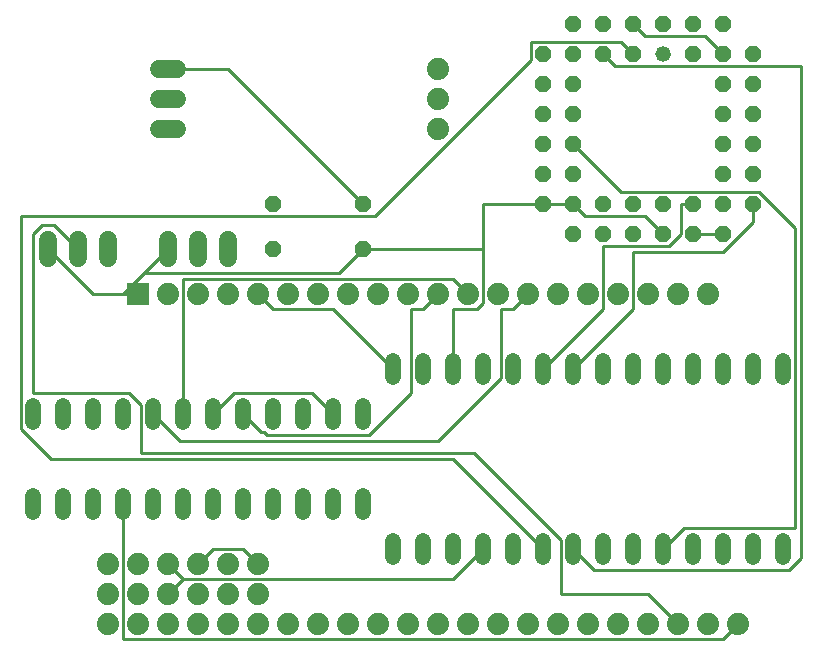
<source format=gbl>
G75*
G70*
%OFA0B0*%
%FSLAX24Y24*%
%IPPOS*%
%LPD*%
%AMOC8*
5,1,8,0,0,1.08239X$1,22.5*
%
%ADD10C,0.0740*%
%ADD11C,0.0520*%
%ADD12C,0.0520*%
%ADD13OC8,0.0520*%
%ADD14C,0.0600*%
%ADD15R,0.0740X0.0740*%
%ADD16C,0.0100*%
D10*
X003600Y001550D03*
X004600Y001550D03*
X004600Y002550D03*
X003600Y002550D03*
X003600Y003550D03*
X004600Y003550D03*
X005600Y003550D03*
X006600Y003550D03*
X007600Y003550D03*
X008600Y003550D03*
X008600Y002550D03*
X008600Y001550D03*
X009600Y001550D03*
X010600Y001550D03*
X011600Y001550D03*
X012600Y001550D03*
X013600Y001550D03*
X014600Y001550D03*
X015600Y001550D03*
X016600Y001550D03*
X017600Y001550D03*
X018600Y001550D03*
X019600Y001550D03*
X020600Y001550D03*
X021600Y001550D03*
X022600Y001550D03*
X023600Y001550D03*
X024600Y001550D03*
X023600Y012550D03*
X022600Y012550D03*
X021600Y012550D03*
X020600Y012550D03*
X019600Y012550D03*
X018600Y012550D03*
X017600Y012550D03*
X016600Y012550D03*
X015600Y012550D03*
X014600Y012550D03*
X013600Y012550D03*
X012600Y012550D03*
X011600Y012550D03*
X010600Y012550D03*
X009600Y012550D03*
X008600Y012550D03*
X007600Y012550D03*
X006600Y012550D03*
X005600Y012550D03*
X014600Y018050D03*
X014600Y019050D03*
X014600Y020050D03*
X007600Y002550D03*
X007600Y001550D03*
X006600Y001550D03*
X005600Y001550D03*
X005600Y002550D03*
X006600Y002550D03*
D11*
X006100Y005290D02*
X006100Y005810D01*
X007100Y005810D02*
X007100Y005290D01*
X008100Y005290D02*
X008100Y005810D01*
X009100Y005810D02*
X009100Y005290D01*
X010100Y005290D02*
X010100Y005810D01*
X011100Y005810D02*
X011100Y005290D01*
X012100Y005290D02*
X012100Y005810D01*
X013100Y004310D02*
X013100Y003790D01*
X014100Y003790D02*
X014100Y004310D01*
X015100Y004310D02*
X015100Y003790D01*
X016100Y003790D02*
X016100Y004310D01*
X017100Y004310D02*
X017100Y003790D01*
X018100Y003790D02*
X018100Y004310D01*
X019100Y004310D02*
X019100Y003790D01*
X020100Y003790D02*
X020100Y004310D01*
X021100Y004310D02*
X021100Y003790D01*
X022100Y003790D02*
X022100Y004310D01*
X023100Y004310D02*
X023100Y003790D01*
X024100Y003790D02*
X024100Y004310D01*
X025100Y004310D02*
X025100Y003790D01*
X026100Y003790D02*
X026100Y004310D01*
X026100Y009790D02*
X026100Y010310D01*
X025100Y010310D02*
X025100Y009790D01*
X024100Y009790D02*
X024100Y010310D01*
X023100Y010310D02*
X023100Y009790D01*
X022100Y009790D02*
X022100Y010310D01*
X021100Y010310D02*
X021100Y009790D01*
X020100Y009790D02*
X020100Y010310D01*
X019100Y010310D02*
X019100Y009790D01*
X018100Y009790D02*
X018100Y010310D01*
X017100Y010310D02*
X017100Y009790D01*
X016100Y009790D02*
X016100Y010310D01*
X015100Y010310D02*
X015100Y009790D01*
X014100Y009790D02*
X014100Y010310D01*
X013100Y010310D02*
X013100Y009790D01*
X012100Y008810D02*
X012100Y008290D01*
X011100Y008290D02*
X011100Y008810D01*
X010100Y008810D02*
X010100Y008290D01*
X009100Y008290D02*
X009100Y008810D01*
X008100Y008810D02*
X008100Y008290D01*
X007100Y008290D02*
X007100Y008810D01*
X006100Y008810D02*
X006100Y008290D01*
X005100Y008290D02*
X005100Y008810D01*
X004100Y008810D02*
X004100Y008290D01*
X003100Y008290D02*
X003100Y008810D01*
X002100Y008810D02*
X002100Y008290D01*
X001100Y008290D02*
X001100Y008810D01*
X001100Y005810D02*
X001100Y005290D01*
X002100Y005290D02*
X002100Y005810D01*
X003100Y005810D02*
X003100Y005290D01*
X004100Y005290D02*
X004100Y005810D01*
X005100Y005810D02*
X005100Y005290D01*
D12*
X022100Y020550D03*
D13*
X021100Y020550D03*
X021100Y021550D03*
X022100Y021550D03*
X023100Y021550D03*
X023100Y020550D03*
X024100Y020550D03*
X025100Y020550D03*
X025100Y019550D03*
X024100Y019550D03*
X024100Y018550D03*
X025100Y018550D03*
X025100Y017550D03*
X024100Y017550D03*
X024100Y016550D03*
X025100Y016550D03*
X025100Y015550D03*
X024100Y015550D03*
X023100Y015550D03*
X022100Y015550D03*
X021100Y015550D03*
X020100Y015550D03*
X019100Y015550D03*
X019100Y016550D03*
X019100Y017550D03*
X019100Y018550D03*
X018100Y018550D03*
X018100Y017550D03*
X018100Y016550D03*
X018100Y015550D03*
X019100Y014550D03*
X020100Y014550D03*
X021100Y014550D03*
X022100Y014550D03*
X023100Y014550D03*
X024100Y014550D03*
X019100Y019550D03*
X019100Y020550D03*
X020100Y020550D03*
X020100Y021550D03*
X019100Y021550D03*
X018100Y020550D03*
X018100Y019550D03*
X024100Y021550D03*
X012100Y015550D03*
X012100Y014050D03*
X009100Y014050D03*
X009100Y015550D03*
D14*
X007600Y014350D02*
X007600Y013750D01*
X006600Y013750D02*
X006600Y014350D01*
X005600Y014350D02*
X005600Y013750D01*
X003600Y013750D02*
X003600Y014350D01*
X002600Y014350D02*
X002600Y013750D01*
X001600Y013750D02*
X001600Y014350D01*
X005300Y018050D02*
X005900Y018050D01*
X005900Y019050D02*
X005300Y019050D01*
X005300Y020050D02*
X005900Y020050D01*
D15*
X004600Y012550D03*
D16*
X004100Y012550D01*
X004800Y013250D01*
X011300Y013250D01*
X012100Y014050D01*
X016100Y014050D01*
X016100Y012250D01*
X015900Y012050D01*
X015100Y012050D01*
X015100Y010050D01*
X013700Y009250D02*
X013700Y012050D01*
X014100Y012050D01*
X014600Y012550D01*
X015100Y013050D02*
X015600Y012550D01*
X015100Y013050D02*
X006100Y013050D01*
X006100Y008550D01*
X007100Y008550D02*
X007800Y009250D01*
X010400Y009250D01*
X011100Y008550D01*
X012300Y007850D02*
X013700Y009250D01*
X013100Y010050D02*
X011100Y012050D01*
X009100Y012050D01*
X008600Y012550D01*
X005600Y014050D02*
X004800Y013250D01*
X004100Y012550D02*
X003100Y012550D01*
X001600Y014050D01*
X001100Y014550D02*
X001100Y009250D01*
X004300Y009250D01*
X004700Y008850D01*
X004700Y007250D01*
X015800Y007250D01*
X018700Y004350D01*
X018700Y002550D01*
X021600Y002550D01*
X022600Y001550D01*
X024100Y001050D02*
X024600Y001550D01*
X024100Y001050D02*
X004100Y001050D01*
X004100Y005550D01*
X005600Y003550D02*
X006100Y003050D01*
X005600Y002550D01*
X006100Y003050D02*
X015100Y003050D01*
X016100Y004050D01*
X018100Y004050D02*
X015100Y007050D01*
X001700Y007050D01*
X000700Y008050D01*
X000700Y015150D01*
X012500Y015150D01*
X017700Y020350D01*
X017700Y020950D01*
X020700Y020950D01*
X021100Y020550D01*
X020500Y020150D02*
X020100Y020550D01*
X020500Y020150D02*
X026700Y020150D01*
X026700Y003750D01*
X026300Y003350D01*
X019800Y003350D01*
X019100Y004050D01*
X022100Y004050D02*
X022800Y004750D01*
X026500Y004750D01*
X026500Y014750D01*
X025300Y015950D01*
X020700Y015950D01*
X019100Y017550D01*
X019100Y015550D02*
X018100Y015550D01*
X016100Y015550D01*
X016100Y014050D01*
X017600Y012550D02*
X017100Y012050D01*
X016700Y012050D01*
X016700Y009750D01*
X014600Y007650D01*
X006000Y007650D01*
X005100Y008550D01*
X008100Y008550D02*
X008700Y007950D01*
X008800Y007950D01*
X008900Y007850D01*
X012300Y007850D01*
X008100Y004050D02*
X008600Y003550D01*
X008100Y004050D02*
X007100Y004050D01*
X006600Y003550D01*
X018100Y010050D02*
X020100Y012050D01*
X020100Y014150D01*
X022300Y014150D01*
X022700Y014550D01*
X022700Y015550D01*
X023100Y015550D01*
X023100Y014550D02*
X024100Y014550D01*
X024100Y013950D02*
X025100Y014950D01*
X025100Y015550D01*
X024100Y013950D02*
X021100Y013950D01*
X021100Y012050D01*
X019100Y010050D01*
X022100Y014550D02*
X021500Y015150D01*
X019500Y015150D01*
X019100Y015550D01*
X024100Y020550D02*
X023500Y021150D01*
X021500Y021150D01*
X021100Y021550D01*
X012100Y015550D02*
X007600Y020050D01*
X005600Y020050D01*
X001800Y014850D02*
X001400Y014850D01*
X001100Y014550D01*
X001800Y014850D02*
X002600Y014050D01*
M02*

</source>
